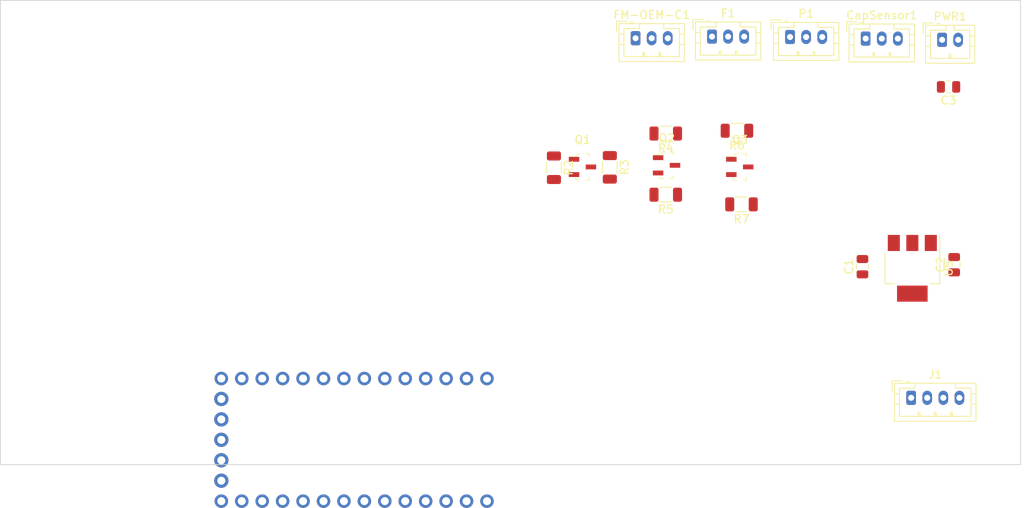
<source format=kicad_pcb>
(kicad_pcb (version 20211014) (generator pcbnew)
  (layers (0 "F.Cu" signal) (31 "B.Cu" signal) (34 "B.Paste" user) (35 "F.Paste" user) (36 "B.SilkS" user "B.Silkscreen") (37 "F.SilkS" user "F.Silkscreen") (38 "B.Mask" user) (39 "F.Mask" user) (44 "Edge.Cuts" user))
  (net 0 "")
  (net 1 "HV")
  (net 2 "GND")
  (net 3 "+3V3")
  (net 4 "LV")
  (net 5 "+5V")
  (net 6 "/D13")
  (net 7 "/D11")
  (net 8 "/A3")
  (net 9 "Net-(FM-OEM-C1-Pad3)")
  (net 10 "Net-(F1-C1-Pad3)")
  (net 12 "/TX")
  (net 13 "/RX")
  (net 15 "Net-(P1-Pad3)")
  (footprint "digikey-kicad-library-master:SOT-23-3" (layer "F.Cu") (at 207.45 77.3)
    (fp_text reference "Q3" (at 0.025 -3.375) (layer "F.SilkS"))
    (fp_text value "SOT-23-3")
    (fp_line (start 0.45 -1.65) (end 0.825 -1.65) (layer "F.SilkS") (width 0.1))
    (fp_line (start 0.825 1.35) (end 0.825 1.65) (layer "F.SilkS") (width 0.1))
    (fp_line (start -0.45 -1.65) (end -0.825 -1.375) (layer "F.SilkS") (width 0.1))
    (fp_line (start -0.175 -1.65) (end -0.45 -1.65) (layer "F.SilkS") (width 0.1))
    (fp_line (start -0.825 -1.375) (end -0.825 -1.325) (layer "F.SilkS") (width 0.1))
    (fp_line (start -0.825 -1.325) (end -1.6 -1.325) (layer "F.SilkS") (width 0.1))
    (fp_line (start 0.825 -1.65) (end 0.825 -1.35) (layer "F.SilkS") (width 0.1))
    (fp_line (start -0.35 1.65) (end -0.825 1.65) (layer "F.SilkS") (width 0.1))
    (fp_line (start -0.825 1.65) (end -0.825 1.3) (layer "F.SilkS") (width 0.1))
    (fp_line (start 0.825 1.425) (end 0.825 1.3) (layer "F.SilkS") (width 0.1))
    (fp_line (start 0.825 1.65) (end 0.375 1.65) (layer "F.SilkS") (width 0.1))
    (pad "1" smd rect locked (at -1.05 -0.95) (size 1.3 0.6) (layers "F.Cu" "F.Paste" "F.Mask") (net 8 "/A3"))
    (pad "2" smd rect locked (at -1.05 0.95) (size 1.3 0.6) (layers "F.Cu" "F.Paste" "F.Mask") (net 4 "LV"))
    (pad "3" smd rect locked (at 1.05 0) (size 1.3 0.6) (layers "F.Cu" "F.Paste" "F.Mask") (net 1 "HV"))
  )
  (footprint "" (layer "F.Cu") (at 148.09 118.84 180)
    (fp_text reference "" (at 0 0) (layer "F.SilkS") (effects (font (size 1.27 1.27))))
    (fp_text value "" (at 0 0) (layer "F.SilkS") (effects (font (size 1.27 1.27))))
    (pad "12" thru_hole circle (at 0 0 270) (size 1.6764 1.6764) (drill 1) (layers *.Cu *.Mask))
  )
  (footprint "digikey-kicad-library-master:SOT-23-3" (layer "F.Cu") (at 198.35 77.1)
    (fp_text reference "Q2" (at 0.025 -3.375) (layer "F.SilkS"))
    (fp_text value "SOT-23-3")
    (fp_line (start -0.35 1.65) (end -0.825 1.65) (layer "F.SilkS") (width 0.1))
    (fp_line (start 0.825 1.35) (end 0.825 1.65) (layer "F.SilkS") (width 0.1))
    (fp_line (start -0.825 1.65) (end -0.825 1.3) (layer "F.SilkS") (width 0.1))
    (fp_line (start -0.45 -1.65) (end -0.825 -1.375) (layer "F.SilkS") (width 0.1))
    (fp_line (start 0.45 -1.65) (end 0.825 -1.65) (layer "F.SilkS") (width 0.1))
    (fp_line (start -0.825 -1.325) (end -1.6 -1.325) (layer "F.SilkS") (width 0.1))
    (fp_line (start -0.175 -1.65) (end -0.45 -1.65) (layer "F.SilkS") (width 0.1))
    (fp_line (start 0.825 -1.65) (end 0.825 -1.35) (layer "F.SilkS") (width 0.1))
    (fp_line (start -0.825 -1.375) (end -0.825 -1.325) (layer "F.SilkS") (width 0.1))
    (fp_line (start 0.825 1.65) (end 0.375 1.65) (layer "F.SilkS") (width 0.1))
    (fp_line (start 0.825 1.425) (end 0.825 1.3) (layer "F.SilkS") (width 0.1))
    (pad "1" smd rect locked (at -1.05 -0.95) (size 1.3 0.6) (layers "F.Cu" "F.Paste" "F.Mask") (net 7 "/D11"))
    (pad "2" smd rect locked (at -1.05 0.95) (size 1.3 0.6) (layers "F.Cu" "F.Paste" "F.Mask") (net 4 "LV"))
    (pad "3" smd rect locked (at 1.05 0) (size 1.3 0.6) (layers "F.Cu" "F.Paste" "F.Mask") (net 1 "HV"))
  )
  (footprint "Resistor_SMD:R_1206_3216Metric" (layer "F.Cu") (at 198.25 73.15 180)
    (fp_text reference "R4" (at 0 -1.82) (layer "F.SilkS"))
    (fp_text value "RESISTOR_0805 10k")
    (fp_line (start -0.727064 0.91) (end 0.727064 0.91) (layer "F.SilkS") (width 0.12))
    (fp_line (start -0.727064 -0.91) (end 0.727064 -0.91) (layer "F.SilkS") (width 0.12))
    (pad "1" smd roundrect (at -1.4625 0 180) (size 1.125 1.75) (layers "F.Cu" "F.Paste" "F.Mask") (roundrect_rratio 0.222222) (net 7 "/D11"))
    (pad "2" smd roundrect (at 1.4625 0 180) (size 1.125 1.75) (layers "F.Cu" "F.Paste" "F.Mask") (roundrect_rratio 0.222222) (net 4 "LV"))
  )
  (footprint "" (layer "F.Cu") (at 168.41 118.84 180)
    (fp_text reference "" (at 0 0) (layer "F.SilkS") (effects (font (size 1.27 1.27))))
    (fp_text value "" (at 0 0) (layer "F.SilkS") (effects (font (size 1.27 1.27))))
    (pad "4" thru_hole circle (at 0 0 270) (size 1.6764 1.6764) (drill 1) (layers *.Cu *.Mask))
  )
  (footprint "" (layer "F.Cu") (at 158.25 118.84 180)
    (fp_text reference "" (at 0 0) (layer "F.SilkS") (effects (font (size 1.27 1.27))))
    (fp_text value "" (at 0 0) (layer "F.SilkS") (effects (font (size 1.27 1.27))))
    (pad "8" thru_hole circle (at 0 0 270) (size 1.6764 1.6764) (drill 1) (layers *.Cu *.Mask))
  )
  (footprint "" (layer "F.Cu") (at 160.79 118.84 180)
    (fp_text reference "" (at 0 0) (layer "F.SilkS") (effects (font (size 1.27 1.27))))
    (fp_text value "" (at 0 0) (layer "F.SilkS") (effects (font (size 1.27 1.27))))
    (pad "7" thru_hole circle (at 0 0 270) (size 1.6764 1.6764) (drill 1) (layers *.Cu *.Mask))
  )
  (footprint "Capacitor_SMD:C_0805_2012Metric" (layer "F.Cu") (at 234.1 89.45 90)
    (fp_text reference "C2" (at 0 -1.68 90) (layer "F.SilkS"))
    (fp_text value "CAP_CERAMIC_0805 4.7uF")
    (fp_line (start -0.261252 0.735) (end 0.261252 0.735) (layer "F.SilkS") (width 0.12))
    (fp_line (start -0.261252 -0.735) (end 0.261252 -0.735) (layer "F.SilkS") (width 0.12))
    (pad "1" smd roundrect (at -0.95 0 90) (size 1 1.45) (layers "F.Cu" "F.Paste" "F.Mask") (net 4 "LV"))
    (pad "2" smd roundrect (at 0.95 0 90) (size 1 1.45) (layers "F.Cu" "F.Paste" "F.Mask") (net 2 "GND"))
  )
  (footprint "Resistor_SMD:R_1206_3216Metric" (layer "F.Cu") (at 198.25 80.75 180)
    (fp_text reference "R5" (at 0 -1.82) (layer "F.SilkS"))
    (fp_text value "RESISTOR_0805 10k")
    (fp_line (start -0.727064 0.91) (end 0.727064 0.91) (layer "F.SilkS") (width 0.12))
    (fp_line (start -0.727064 -0.91) (end 0.727064 -0.91) (layer "F.SilkS") (width 0.12))
    (pad "1" smd roundrect (at -1.4625 0 180) (size 1.125 1.75) (layers "F.Cu" "F.Paste" "F.Mask") (roundrect_rratio 0.222222) (net 10 "Net-(F1-C1-Pad3)"))
    (pad "2" smd roundrect (at 1.4625 0 180) (size 1.125 1.75) (layers "F.Cu" "F.Paste" "F.Mask") (roundrect_rratio 0.222222) (net 1 "HV"))
  )
  (footprint "" (layer "F.Cu") (at 165.87 118.84 180)
    (fp_text reference "" (at 0 0) (layer "F.SilkS") (effects (font (size 1.27 1.27))))
    (fp_text value "" (at 0 0) (layer "F.SilkS") (effects (font (size 1.27 1.27))))
    (pad "5" thru_hole circle (at 0 0 270) (size 1.6764 1.6764) (drill 1) (layers *.Cu *.Mask))
  )
  (footprint "Capacitor_SMD:C_0805_2012Metric" (layer "F.Cu") (at 222.7 89.7 90)
    (fp_text reference "C1" (at 0 -1.68 90) (layer "F.SilkS"))
    (fp_text value "CAP_CERAMIC_0805 4.7uF")
    (fp_line (start -0.261252 0.735) (end 0.261252 0.735) (layer "F.SilkS") (width 0.12))
    (fp_line (start -0.261252 -0.735) (end 0.261252 -0.735) (layer "F.SilkS") (width 0.12))
    (pad "1" smd roundrect (at -0.95 0 90) (size 1 1.45) (layers "F.Cu" "F.Paste" "F.Mask") (net 1 "HV"))
    (pad "2" smd roundrect (at 0.95 0 90) (size 1 1.45) (layers "F.Cu" "F.Paste" "F.Mask") (net 2 "GND"))
  )
  (footprint "" (layer "F.Cu") (at 176.03 118.84 180)
    (fp_text reference "" (at 0 0) (layer "F.SilkS") (effects (font (size 1.27 1.27))))
    (fp_text value "" (at 0 0) (layer "F.SilkS") (effects (font (size 1.27 1.27))))
    (pad "1" thru_hole circle (at 0 0 270) (size 1.6764 1.6764) (drill 1) (layers *.Cu *.Mask) (net 5 "+5V"))
  )
  (footprint "Connector_JST:JST_PH_B4B-PH-K_1x04_P2.00mm_Vertical" (layer "F.Cu") (at 228.75 106)
    (fp_text reference "J1" (at 3 -2.9) (layer "F.SilkS"))
    (fp_text value "Conn_01x04")
    (fp_line (start 5.5 -1.2) (end 5.5 -1.81) (layer "F.SilkS") (width 0.12))
    (fp_line (start 0.9 1.8) (end 1.1 1.8) (layer "F.SilkS") (width 0.12))
    (fp_line (start -0.3 -1.91) (end -0.6 -1.91) (layer "F.SilkS") (width 0.12))
    (fp_line (start 0.5 -1.81) (end 0.5 -1.2) (layer "F.SilkS") (width 0.12))
    (fp_line (start 4.9 2.3) (end 4.9 1.8) (layer "F.SilkS") (width 0.12))
    (fp_line (start 7.45 -1.2) (end 5.5 -1.2) (layer "F.SilkS") (width 0.12))
    (fp_line (start 1 2.3) (end 1 1.8) (layer "F.SilkS") (width 0.12))
    (fp_line (start 2.9 2.3) (end 2.9 1.8) (layer "F.SilkS") (width 0.12))
    (fp_line (start 3 2.3) (end 3 1.8) (layer "F.SilkS") (width 0.12))
    (fp_line (start -0.6 -2.01) (end -0.6 -1.81) (layer "F.SilkS") (width 0.12))
    (fp_line (start -2.06 -1.81) (end -2.06 2.91) (layer "F.SilkS") (width 0.12))
    (fp_line (start 8.06 0.8) (end 7.45 0.8) (layer "F.SilkS") (width 0.12))
    (fp_line (start -2.06 2.91) (end 8.06 2.91) (layer "F.SilkS") (width 0.12))
    (fp_line (start 8.06 2.91) (end 8.06 -1.81) (layer "F.SilkS") (width 0.12))
    (fp_line (start 1.1 1.8) (end 1.1 2.3) (layer "F.SilkS") (width 0.12))
    (fp_line (start 4.9 1.8) (end 5.1 1.8) (layer "F.SilkS") (width 0.12))
    (fp_line (start 0.9 2.3) (end 0.9 1.8) (layer "F.SilkS") (width 0.12))
    (fp_line (start 7.45 2.3) (end 7.45 -1.2) (layer "F.SilkS") (width 0.12))
    (fp_line (start -2.06 -0.5) (end -1.45 -0.5) (layer "F.SilkS") (width 0.12))
    (fp_line (start 8.06 -1.81) (end -2.06 -1.81) (layer "F.SilkS") (width 0.12))
    (fp_line (start -2.36 -2.11) (end -2.36 -0.86) (layer "F.SilkS") (width 0.12))
    (fp_line (start 5 2.3) (end 5 1.8) (layer "F.SilkS") (width 0.12))
    (fp_line (start 2.9 1.8) (end 3.1 1.8) (layer "F.SilkS") (width 0.12))
    (fp_line (start 8.06 -0.5) (end 7.45 -0.5) (layer "F.SilkS") (width 0.12))
    (fp_line (start -1.45 -1.2) (end -1.45 2.3) (layer "F.SilkS") (width 0.12))
    (fp_line (start -0.3 -1.81) (end -0.3 -2.01) (layer "F.SilkS") (width 0.12))
    (fp_line (start 3.1 1.8) (end 3.1 2.3) (layer "F.SilkS") (width 0.12))
    (fp_line (start -0.3 -2.01) (end -0.6 -2.01) (layer "F.SilkS") (width 0.12))
    (fp_line (start 0.5 -1.2) (end -1.45 -1.2) (layer "F.SilkS") (width 0.12))
    (fp_line (start -1.45 2.3) (end 7.45 2.3) (layer "F.SilkS") (width 0.12))
    (fp_line (start -2.06 0.8) (end -1.45 0.8) (layer "F.SilkS") (width 0.12))
    (fp_line (start 5.1 1.8) (end 5.1 2.3) (layer "F.SilkS") (width 0.12))
    (fp_line (start -1.11 -2.11) (end -2.36 -2.11) (layer "F.SilkS") (width 0.12))
    (pad "1" thru_hole roundrect (at 0 0) (size 1.2 1.75) (drill 0.75) (layers *.Cu *.Mask) (roundrect_rratio 0.208333) (net 2 "GND"))
    (pad "2" thru_hole oval (at 2 0) (size 1.2 1.75) (drill 0.75) (layers *.Cu *.Mask))
    (pad "3" thru_hole oval (at 4 0) (size 1.2 1.75) (drill 0.75) (layers *.Cu *.Mask) (net 12 "/TX"))
    (pad "4" thru_hole oval (at 6 0) (size 1.2 1.75) (drill 0.75) (layers *.Cu *.Mask) (net 13 "/RX"))
  )
  (footprint "" (layer "F.Cu") (at 150.63 103.6 180)
    (fp_text reference "" (at 0 0) (layer "F.SilkS") (effects (font (size 1.27 1.27))))
    (fp_text value "" (at 0 0) (layer "F.SilkS") (effects (font (size 1.27 1.27))))
    (pad "4" thru_hole circle (at 0 0 90) (size 1.6764 1.6764) (drill 1) (layers *.Cu *.Mask))
  )
  (footprint "Resistor_SMD:R_1206_3216Metric" (layer "F.Cu") (at 207.1 72.8 180)
    (fp_text reference "R6" (at 0 -1.82) (layer "F.SilkS"))
    (fp_text value "RESISTOR_0805 10k")
    (fp_line (start -0.727064 -0.91) (end 0.727064 -0.91) (layer "F.SilkS") (width 0.12))
    (fp_line (start -0.727064 0.91) (end 0.727064 0.91) (layer "F.SilkS") (width 0.12))
    (pad "1" smd roundrect (at -1.4625 0 180) (size 1.125 1.75) (layers "F.Cu" "F.Paste" "F.Mask") (roundrect_rratio 0.222222) (net 8 "/A3"))
    (pad "2" smd roundrect (at 1.4625 0 180) (size 1.125 1.75) (layers "F.Cu" "F.Paste" "F.Mask") (roundrect_rratio 0.222222) (net 4 "LV"))
  )
  (footprint "" (layer "F.Cu") (at 165.87 103.6 180)
    (fp_text reference "" (at 0 0) (layer "F.SilkS") (effects (font (size 1.27 1.27))))
    (fp_text value "" (at 0 0) (layer "F.SilkS") (effects (font (size 1.27 1.27))))
    (pad "10" thru_hole circle (at 0 0 90) (size 1.6764 1.6764) (drill 1) (layers *.Cu *.Mask))
  )
  (footprint "" (layer "F.Cu") (at 145.55 103.6 180)
    (fp_text reference "" (at 0 0) (layer "F.SilkS") (effects (font (size 1.27 1.27))))
    (fp_text value "" (at 0 0) (layer "F.SilkS") (effects (font (size 1.27 1.27))))
    (pad "2" thru_hole circle (at 0 0 90) (size 1.6764 1.6764) (drill 1) (layers *.Cu *.Mask))
  )
  (footprint "" (layer "F.Cu") (at 143.01 118.84 180)
    (fp_text reference "" (at 0 0) (layer "F.SilkS") (effects (font (size 1.27 1.27))))
    (fp_text value "" (at 0 0) (layer "F.SilkS") (effects (font (size 1.27 1.27))))
    (pad "14" thru_hole circle (at 0 0 270) (size 1.6764 1.6764) (drill 1) (layers *.Cu *.Mask))
  )
  (footprint "" (layer "F.Cu") (at 170.95 103.6 180)
    (fp_text reference "" (at 0 0) (layer "F.SilkS") (effects (font (size 1.27 1.27))))
    (fp_text value "" (at 0 0) (layer "F.SilkS") (effects (font (size 1.27 1.27))))
    (pad "12" thru_hole circle (at 0 0 90) (size 1.6764 1.6764) (drill 1) (layers *.Cu *.Mask) (net 3 "+3V3"))
  )
  (footprint "" (layer "F.Cu") (at 168.41 103.6 180)
    (fp_text reference "" (at 0 0) (layer "F.SilkS") (effects (font (size 1.27 1.27))))
    (fp_text value "" (at 0 0) (layer "F.SilkS") (effects (font (size 1.27 1.27))))
    (pad "11" thru_hole circle (at 0 0 90) (size 1.6764 1.6764) (drill 1) (layers *.Cu *.Mask))
  )
  (footprint "" (layer "F.Cu") (at 153.17 103.6 180)
    (fp_text reference "" (at 0 0) (layer "F.SilkS") (effects (font (size 1.27 1.27))))
    (fp_text value "" (at 0 0) (layer "F.SilkS") (effects (font (size 1.27 1.27))))
    (pad "5" thru_hole circle (at 0 0 90) (size 1.6764 1.6764) (drill 1) (layers *.Cu *.Mask))
  )
  (footprint "" (layer "F.Cu") (at 163.33 118.84 180)
    (fp_text reference "" (at 0 0) (layer "F.SilkS") (effects (font (size 1.27 1.27))))
    (fp_text value "" (at 0 0) (layer "F.SilkS") (effects (font (size 1.27 1.27))))
    (pad "6" thru_hole circle (at 0 0 270) (size 1.6764 1.6764) (drill 1) (layers *.Cu *.Mask))
  )
  (footprint "Package_TO_SOT_SMD:SOT-223-3_TabPin2" (layer "F.Cu") (at 228.9 89.9 -90)
    (fp_text reference "U5" (at 0 -4.5 90) (layer "F.SilkS"))
    (fp_text value "AP2114HA-3.3 Linear Reg")
    (fp_line (start 1.91 3.41) (end 1.91 2.15) (layer "F.SilkS") (width 0.12))
    (fp_line (start 1.91 -3.41) (end 1.91 -2.15) (layer "F.SilkS") (width 0.12))
    (fp_line (start -1.85 3.41) (end 1.91 3.41) (layer "F.SilkS") (width 0.12))
    (fp_line (start -4.1 -3.41) (end 1.91 -3.41) (layer "F.SilkS") (width 0.12))
    (pad "1" smd rect (at -3.15 -2.3 270) (size 2 1.5) (layers "F.Cu" "F.Paste" "F.Mask") (net 1 "HV"))
    (pad "2" smd rect (at -3.15 0 270) (size 2 1.5) (layers "F.Cu" "F.Paste" "F.Mask") (net 2 "GND"))
    (pad "2" smd rect (at 3.15 0 270) (size 2 3.8) (layers "F.Cu" "F.Paste" "F.Mask") (net 2 "GND"))
    (pad "3" smd rect (at -3.15 2.3 270) (size 2 1.5) (layers "F.Cu" "F.Paste" "F.Mask") (net 4 "LV"))
  )
  (footprint "Connector_JST:JST_PH_B3B-PH-K_1x03_P2.00mm_Vertical" (layer "F.Cu") (at 213.7 61.15)
    (fp_text reference "P1" (at 2 -2.9) (layer "F.SilkS"))
    (fp_text value "Conn_01x03")
    (fp_line (start -2.06 0.8) (end -1.45 0.8) (layer "F.SilkS") (width 0.12))
    (fp_line (start 5.45 2.3) (end 5.45 -1.2) (layer "F.SilkS") (width 0.12))
    (fp_line (start -0.6 -2.01) (end -0.6 -1.81) (layer "F.SilkS") (width 0.12))
    (fp_line (start 3.5 -1.2) (end 3.5 -1.81) (layer "F.SilkS") (width 0.12))
    (fp_line (start -2.06 -0.5) (end -1.45 -0.5) (layer "F.SilkS") (width 0.12))
    (fp_line (start -1.11 -2.11) (end -2.36 -2.11) (layer "F.SilkS") (width 0.12))
    (fp_line (start 3.1 1.8) (end 3.1 2.3) (layer "F.SilkS") (width 0.12))
    (fp_line (start -2.36 -2.11) (end -2.36 -0.86) (layer "F.SilkS") (width 0.12))
    (fp_line (start 0.9 2.3) (end 0.9 1.8) (layer "F.SilkS") (width 0.12))
    (fp_line (start -0.3 -2.01) (end -0.6 -2.01) (layer "F.SilkS") (width 0.12))
    (fp_line (start 6.06 -1.81) (end -2.06 -1.81) (layer "F.SilkS") (width 0.12))
    (fp_line (start 2.9 2.3) (end 2.9 1.8) (layer "F.SilkS") (width 0.12))
    (fp_line (start 0.5 -1.2) (end -1.45 -1.2) (layer "F.SilkS") (width 0.12))
    (fp_line (start -0.3 -1.81) (end -0.3 -2.01) (layer "F.SilkS") (width 0.12))
    (fp_line (start -0.3 -1.91) (end -0.6 -1.91) (layer "F.SilkS") (width 0.12))
    (fp_line (start 6.06 2.91) (end 6.06 -1.81) (layer "F.SilkS") (width 0.12))
    (fp_line (start 6.06 -0.5) (end 5.45 -0.5) (layer "F.SilkS") (width 0.12))
    (fp_line (start -2.06 2.91) (end 6.06 2.91) (layer "F.SilkS") (width 0.12))
    (fp_line (start 2.9 1.8) (end 3.1 1.8) (layer "F.SilkS") (width 0.12))
    (fp_line (start 1 2.3) (end 1 1.8) (layer "F.SilkS") (width 0.12))
    (fp_line (start 0.9 1.8) (end 1.1 1.8) (layer "F.SilkS") (width 0.12))
    (fp_line (start -1.45 2.3) (end 5.45 2.3) (layer "F.SilkS") (width 0.12))
    (fp_line (start 6.06 0.8) (end 5.45 0.8) (layer "F.SilkS") (width 0.12))
    (fp_line (start -2.06 -1.81) (end -2.06 2.91) (layer "F.SilkS") (width 0.12))
    (fp_line (start 3 2.3) (end 3 1.8) (layer "F.SilkS") (width 0.12))
    (fp_line (start 1.1 1.8) (end 1.1 2.3) (layer "F.SilkS") (width 0.12))
    (fp_line (start -1.45 -1.2) (end -1.45 2.3) (layer "F.SilkS") (width 0.12))
    (fp_line (start 0.5 -1.81) (end 0.5 -1.2) (layer "F.SilkS") (width 0.12))
    (fp_line (start 5.45 -1.2) (end 3.5 -1.2) (layer "F.SilkS") (width 0.12))
    (pad "1" thru_hole roundrect (at 0 0) (size 1.2 1.75) (drill 0.75) (layers *.Cu *.Mask) (roundrect_rratio 0.208333) (net 2 "GND"))
    (pad "2" thru_hole oval (at 2 0) (size 1.2 1.75) (drill 0.75) (layers *.Cu *.Mask) (net 1 "HV"))
    (pad "3" thru_hole oval (at 4 0) (size 1.2 1.75) (drill 0.75) (layers *.Cu *.Mask) (net 15 "Net-(P1-Pad3)"))
  )
  (footprint "Connector_JST:JST_PH_B3B-PH-K_1x03_P2.00mm_Vertical" (layer "F.Cu") (at 194.5 61.3)
    (fp_text reference "FM-OEM-C1" (at 2 -2.9) (layer "F.SilkS"))
    (fp_text value "Conn_01x03")
    (fp_line (start 6.06 -0.5) (end 5.45 -0.5) (layer "F.SilkS") (width 0.12))
    (fp_line (start -2.36 -2.11) (end -2.36 -0.86) (layer "F.SilkS") (width 0.12))
    (fp_line (start -2.06 -1.81) (end -2.06 2.91) (layer "F.SilkS") (width 0.12))
    (fp_line (start -2.06 2.91) (end 6.06 2.91) (layer "F.SilkS") (width 0.12))
    (fp_line (start -0.6 -2.01) (end -0.6 -1.81) (layer "F.SilkS") (width 0.12))
    (fp_line (start 2.9 1.8) (end 3.1 1.8) (layer "F.SilkS") (width 0.12))
    (fp_line (start -2.06 -0.5) (end -1.45 -0.5) (layer "F.SilkS") (width 0.12))
    (fp_line (start 2.9 2.3) (end 2.9 1.8) (layer "F.SilkS") (width 0.12))
    (fp_line (start 3.1 1.8) (end 3.1 2.3) (layer "F.SilkS") (width 0.12))
    (fp_line (start -0.3 -2.01) (end -0.6 -2.01) (layer "F.SilkS") (width 0.12))
    (fp_line (start -0.3 -1.81) (end -0.3 -2.01) (layer "F.SilkS") (width 0.12))
    (fp_line (start -1.45 -1.2) (end -1.45 2.3) (layer "F.SilkS") (width 0.12))
    (fp_line (start 5.45 2.3) (end 5.45 -1.2) (layer "F.SilkS") (width 0.12))
    (fp_line (start 1 2.3) (end 1 1.8) (layer "F.SilkS") (width 0.12))
    (fp_line (start 5.45 -1.2) (end 3.5 -1.2) (layer "F.SilkS") (width 0.12))
    (fp_line (start 6.06 -1.81) (end -2.06 -1.81) (layer "F.SilkS") (width 0.12))
    (fp_line (start -2.06 0.8) (end -1.45 0.8) (layer "F.SilkS") (width 0.12))
    (fp_line (start 0.5 -1.81) (end 0.5 -1.2) (layer "F.SilkS") (width 0.12))
    (fp_line (start 1.1 1.8) (end 1.1 2.3) (layer "F.SilkS") (width 0.12))
    (fp_line (start -1.45 2.3) (end 5.45 2.3) (layer "F.SilkS") (width 0.12))
    (fp_line (start -0.3 -1.91) (end -0.6 -1.91) (layer "F.SilkS") (width 0.12))
    (fp_line (start 6.06 0.8) (end 5.45 0.8) (layer "F.SilkS") (width 0.12))
    (fp_line (start 0.9 2.3) (end 0.9 1.8) (layer "F.SilkS") (width 0.12))
    (fp_line (start 3 2.3) (end 3 1.8) (layer "F.SilkS") (width 0.12))
    (fp_line (start 0.5 -1.2) (end -1.45 -1.2) (layer "F.SilkS") (width 0.12))
    (fp_line (start 0.9 1.8) (end 1.1 1.8) (layer "F.SilkS") (width 0.12))
    (fp_line (start -1.11 -2.11) (end -2.36 -2.11) (layer "F.SilkS") (width 0.12))
    (fp_line (start 6.06 2.91) (end 6.06 -1.81) (layer "F.SilkS") (width 0.12))
    (fp_line (start 3.5 -1.2) (end 3.5 -1.81) (layer "F.SilkS") (width 0.12))
    (pad "1" thru_hole roundrect (at 0 0) (size 1.2 1.75) (drill 0.75) (layers *.Cu *.Mask) (roundrect_rratio 0.208333) (net 2 "GND"))
    (pad "2" thru_hole oval (at 2 0) (size 1.2 1.75) (drill 0.75) (layers *.Cu *.Mask) (net 1 "HV"))
    (pad "3" thru_hole oval (at 4 0) (size 1.2 1.75) (drill 0.75) (layers *.Cu *.Mask) (net 9 "Net-(FM-OEM-C1-Pad3)"))
  )
  (footprint "" (layer "F.Cu") (at 170.95 118.84 180)
    (fp_text reference "" (at 0 0) (layer "F.SilkS") (effects (font (size 1.27 1.27))))
    (fp_text value "" (at 0 0) (layer "F.SilkS") (effects (font (size 1.27 1.27))))
    (pad "3" thru_hole circle (at 0 0 270) (size 1.6764 1.6764) (drill 1) (layers *.Cu *.Mask))
  )
  (footprint "Connector_JST:JST_PH_B2B-PH-K_1x02_P2.00mm_Vertical" (layer "F.Cu") (at 232.6 61.5)
    (fp_text reference "PWR1" (at 1 -2.9) (layer "F.SilkS"))
    (fp_text value "Conn_01x02_Male")
    (fp_line (start 3.45 -1.2) (end 1.5 -1.2) (layer "F.SilkS") (width 0.12))
    (fp_line (start 4.06 0.8) (end 3.45 0.8) (layer "F.SilkS") (width 0.12))
    (fp_line (start -2.36 -2.11) (end -2.36 -0.86) (layer "F.SilkS") (width 0.12))
    (fp_line (start 4.06 -1.81) (end -2.06 -1.81) (layer "F.SilkS") (width 0.12))
    (fp_line (start -2.06 0.8) (end -1.45 0.8) (layer "F.SilkS") (width 0.12))
    (fp_line (start 1.1 1.8) (end 1.1 2.3) (layer "F.SilkS") (width 0.12))
    (fp_line (start 0.5 -1.81) (end 0.5 -1.2) (layer "F.SilkS") (width 0.12))
    (fp_line (start -2.06 -1.81) (end -2.06 2.91) (layer "F.SilkS") (width 0.12))
    (fp_line (start -1.11 -2.11) (end -2.36 -2.11) (layer "F.SilkS") (width 0.12))
    (fp_line (start -2.06 -0.5) (end -1.45 -0.5) (layer "F.SilkS") (width 0.12))
    (fp_line (start 1.5 -1.2) (end 1.5 -1.81) (layer "F.SilkS") (width 0.12))
    (fp_line (start 0.9 2.3) (end 0.9 1.8) (layer "F.SilkS") (width 0.12))
    (fp_line (start -0.3 -1.91) (end -0.6 -1.91) (layer "F.SilkS") (width 0.12))
    (fp_line (start -1.45 2.3) (end 3.45 2.3) (layer "F.SilkS") (width 0.12))
    (fp_line (start -2.06 2.91) (end 4.06 2.91) (layer "F.SilkS") (width 0.12))
    (fp_line (start -0.3 -2.01) (end -0.6 -2.01) (layer "F.SilkS") (width 0.12))
    (fp_line (start 0.9 1.8) (end 1.1 1.8) (layer "F.SilkS") (width 0.12))
    (fp_line (start -1.45 -1.2) (end -1.45 2.3) (layer "F.SilkS") (width 0.12))
    (fp_line (start 1 2.3) (end 1 1.8) (layer "F.SilkS") (width 0.12))
    (fp_line (start -0.3 -1.81) (end -0.3 -2.01) (layer "F.SilkS") (width 0.12))
    (fp_line (start -0.6 -2.01) (end -0.6 -1.81) (layer "F.SilkS") (width 0.12))
    (fp_line (start 4.06 2.91) (end 4.06 -1.81) (layer "F.SilkS") (width 0.12))
    (fp_line (start 4.06 -0.5) (end 3.45 -0.5) (layer "F.SilkS") (width 0.12))
    (fp_line (start 0.5 -1.2) (end -1.45 -1.2) (layer "F.SilkS") (width 0.12))
    (fp_line (start 3.45 2.3) (end 3.45 -1.2) (layer "F.SilkS") (width 0.12))
    (pad "1" thru_hole roundrect (at 0 0) (size 1.2 1.75) (drill 0.75) (layers *.Cu *.Mask) (roundrect_rratio 0.208333) (net 2 "GND"))
    (pad "2" thru_hole oval (at 2 0) (size 1.2 1.75) (drill 0.75) (layers *.Cu *.Mask) (net 5 "+5V"))
  )
  (footprint "" (layer "F.Cu") (at 143.01 108.68 180)
    (fp_text reference "" (at 0 0) (layer "F.SilkS") (effects (font (size 1.27 1.27))))
    (fp_text value "" (at 0 0) (layer "F.SilkS") (effects (font (size 1.27 1.27))))
    (pad "2" thru_hole circle (at 0 0) (size 1.778 1.778) (drill 1) (layers *.Cu *.Mask))
  )
  (footprint "" (layer "F.Cu") (at 173.49 118.84 180)
    (fp_text reference "" (at 0 0) (layer "F.SilkS") (effects (font (size 1.27 1.27))))
    (fp_text value "" (at 0 0) (layer "F.SilkS") (effects (font (size 1.27 1.27))))
    (pad "2" thru_hole circle (at 0 0 270) (size 1.6764 1.6764) (drill 1) (layers *.Cu *.Mask) (net 2 "GND"))
  )
  (footprint "" (layer "F.Cu") (at 143.01 103.6 180)
    (fp_text reference "" (at 0 0) (layer "F.SilkS") (effects (font (size 1.27 1.27))))
    (fp_text value "" (at 0 0) (layer "F.SilkS") (effects (font (size 1.27 1.27))))
    (pad "1" thru_hole circle (at 0 0 90) (size 1.6764 1.6764) (drill 1) (layers *.Cu *.Mask))
  )
  (footprint "" (layer "F.Cu") (at 150.63 118.84 180)
    (fp_text reference "" (at 0 0) (layer "F.SilkS") (effects (font (size 1.27 1.27))))
    (fp_text value "" (at 0 0) (layer "F.SilkS") (effects (font (size 1.27 1.27))))
    (pad "11" thru_hole circle (at 0 0 270) (size 1.6764 1.6764) (drill 1) (layers *.Cu *.Mask))
  )
  (footprint "digikey-kicad-library-master:SOT-23-3" (layer "F.Cu") (at 187.9 77.3)
    (fp_text reference "Q1" (at 0.025 -3.375) (layer "F.SilkS"))
    (fp_text value "SOT-23-3")
    (fp_line (start -0.175 -1.65) (end -0.45 -1.65) (layer "F.SilkS") (width 0.1))
    (fp_line (start 0.825 -1.65) (end 0.825 -1.35) (layer "F.SilkS") (width 0.1))
    (fp_line (start 0.45 -1.65) (end 0.825 -1.65) (layer "F.SilkS") (width 0.1))
    (fp_line (start 0.825 1.65) (end 0.375 1.65) (layer "F.SilkS") (width 0.1))
    (fp_line (start -0.45 -1.65) (end -0.825 -1.375) (layer "F.SilkS") (width 0.1))
    (fp_line (start -0.825 -1.375) (end -0.825 -1.325) (layer "F.SilkS") (width 0.1))
    (fp_line (start 0.825 1.425) (end 0.825 1.3) (layer "F.SilkS") (width 0.1))
    (fp_line (start -0.825 1.65) (end -0.825 1.3) (layer "F.SilkS") (width 0.1))
    (fp_line (start 0.825 1.35) (end 0.825 1.65) (layer "F.SilkS") (width 0.1))
    (fp_line (start -0.35 1.65) (end -0.825 1.65) (layer "F.SilkS") (width 0.1))
    (fp_line (start -0.825 -1.325) (end -1.6 -1.325) (layer "F.SilkS") (width 0.1))
    (pad "1" smd rect locked (at -1.05 -0.95) (size 1.3 0.6) (layers "F.Cu" "F.Paste" "F.Mask") (net 6 "/D13"))
    (pad "2" smd rect locked (at -1.05 0.95) (size 1.3 0.6) (layers "F.Cu" "F.Paste" "F.Mask") (net 4 "LV"))
    (pad "3" smd rect locked (at 1.05 0) (size 1.3 0.6) (layers "F.Cu" "F.Paste" "F.Mask") (net 1 "HV"))
  )
  (footprint "" (layer "F.Cu") (at 153.17 118.84 180)
    (fp_text reference "" (at 0 0) (layer "F.SilkS") (effects (font (size 1.27 1.27))))
    (fp_text value "" (at 0 0) (layer "F.SilkS") (effects (font (size 1.27 1.27))))
    (pad "10" thru_hole circle (at 0 0 270) (size 1.6764 1.6764) (drill 1) (layers *.Cu *.Mask))
  )
  (footprint "" (layer "F.Cu") (at 148.09 103.6 180)
    (fp_text reference "" (at 0 0) (layer "F.SilkS") (effects (font (size 1.27 1.27))))
    (fp_text value "" (at 0 0) (layer "F.SilkS") (effects (font (size 1.27 1.27))))
    (pad "3" thru_hole circle (at 0 0 90) (size 1.6764 1.6764) (drill 1) (layers *.Cu *.Mask))
  )
  (footprint "Resistor_SMD:R_1206_3216Metric" (layer "F.Cu") (at 207.6625 81.95 180)
    (fp_text reference "R7" (at 0 -1.82) (layer "F.SilkS"))
    (fp_text value "RESISTOR_0805 10k")
    (fp_line (start -0.727064 0.91) (end 0.727064 0.91) (layer "F.SilkS") (width 0.12))
    (fp_line (start -0.727064 -0.91) (end 0.727064 -0.91) (layer "F.SilkS") (width 0.12))
    (pad "1" smd roundrect (at -1.4625 0 180) (size 1.125 1.75) (layers "F.Cu" "F.Paste" "F.Mask") (roundrect_rratio 0.222222) (net 15 "Net-(P1-Pad3)"))
    (pad "2" smd roundrect (at 1.4625 0 180) (size 1.125 1.75) (layers "F.Cu" "F.Paste" "F.Mask") (roundrect_rratio 0.222222) (net 1 "HV"))
  )
  (footprint "" (layer "F.Cu") (at 163.33 103.6 180)
    (fp_text reference "" (at 0 0) (layer "F.SilkS") (effects (font (size 1.27 1.27))))
    (fp_text value "" (at 0 0) (layer "F.SilkS") (effects (font (size 1.27 1.27))))
    (pad "9" thru_hole circle (at 0 0 90) (size 1.6764 1.6764) (drill 1) (layers *.Cu *.Mask))
  )
  (footprint "Capacitor_SMD:C_0805_2012Metric" (layer "F.Cu") (at 233.4 67.35 180)
    (fp_text reference "C3" (at 0 -1.68) (layer "F.SilkS"))
    (fp_text value "CAP_CERAMIC_0805 .1uF")
    (fp_line (start -0.261252 -0.735) (end 0.261252 -0.735) (layer "F.SilkS") (width 0.12))
    (fp_line (start -0.261252 0.735) (end 0.261252 0.735) (layer "F.SilkS") (width 0.12))
    (pad "1" smd roundrect (at -0.95 0 180) (size 1 1.45) (layers "F.Cu" "F.Paste" "F.Mask") (net 5 "+5V"))
    (pad "2" smd roundrect (at 0.95 0 180) (size 1 1.45) (layers "F.Cu" "F.Paste" "F.Mask") (net 2 "GND"))
  )
  (footprint "" (layer "F.Cu") (at 143.01 113.76 180)
    (fp_text reference "" (at 0 0) (layer "F.SilkS") (effects (font (size 1.27 1.27))))
    (fp_text value "" (at 0 0) (layer "F.SilkS") (effects (font (size 1.27 1.27))))
    (pad "4" thru_hole circle (at 0 0) (size 1.778 1.778) (drill 1) (layers *.Cu *.Mask))
  )
  (footprint "" (layer "F.Cu") (at 143.01 106.14 180)
    (fp_text reference "" (at 0 0) (layer "F.SilkS") (effects (font (size 1.27 1.27))))
    (fp_text value "" (at 0 0) (layer "F.SilkS") (effects (font (size 1.27 1.27))))
    (pad "1" thru_hole circle (at 0 0) (size 1.778 1.778) (drill 1) (layers *.Cu *.Mask))
  )
  (footprint "Connector_JST:JST_PH_B3B-PH-K_1x03_P2.00mm_Vertical" (layer "F.Cu") (at 204 61.1)
    (fp_text reference "F1" (at 2 -2.9) (layer "F.SilkS"))
    (fp_text value "Flowmeter_12000781__FHKSC")
    (fp_line (start 2.9 2.3) (end 2.9 1.8) (layer "F.SilkS") (width 0.12))
    (fp_line (start 6.06 0.8) (end 5.45 0.8) (layer "F.SilkS") (width 0.12))
    (fp_line (start 6.06 -0.5) (end 5.45 -0.5) (layer "F.SilkS") (width 0.12))
    (fp_line (start -0.3 -1.81) (end -0.3 -2.01) (layer "F.SilkS") (width 0.12))
    (fp_line (start 6.06 2.91) (end 6.06 -1.81) (layer "F.SilkS") (width 0.12))
    (fp_line (start -1.45 2.3) (end 5.45 2.3) (layer "F.SilkS") (width 0.12))
    (fp_line (start 3.5 -1.2) (end 3.5 -1.81) (layer "F.SilkS") (width 0.12))
    (fp_line (start 5.45 -1.2) (end 3.5 -1.2) (layer "F.SilkS") (width 0.12))
    (fp_line (start -1.45 -1.2) (end -1.45 2.3) (layer "F.SilkS") (width 0.12))
    (fp_line (start 3.1 1.8) (end 3.1 2.3) (layer "F.SilkS") (width 0.12))
    (fp_line (start -2.06 0.8) (end -1.45 0.8) (layer "F.SilkS") (width 0.12))
    (fp_line (start -2.06 -1.81) (end -2.06 2.91) (layer "F.SilkS") (width 0.12))
    (fp_line (start -0.3 -1.91) (end -0.6 -1.91) (layer "F.SilkS") (width 0.12))
    (fp_line (start -1.11 -2.11) (end -2.36 -2.11) (layer "F.SilkS") (width 0.12))
    (fp_line (start -2.36 -2.11) (end -2.36 -0.86) (layer "F.SilkS") (width 0.12))
    (fp_line (start 5.45 2.3) (end 5.45 -1.2) (layer "F.SilkS") (width 0.12))
    (fp_line (start 6.06 -1.81) (end -2.06 -1.81) (layer "F.SilkS") (width 0.12))
    (fp_line (start 3 2.3) (end 3 1.8) (layer "F.SilkS") (width 0.12))
    (fp_line (start -2.06 -0.5) (end -1.45 -0.5) (layer "F.SilkS") (width 0.12))
    (fp_line (start 1 2.3) (end 1 1.8) (layer "F.SilkS") (width 0.12))
    (fp_line (start -2.06 2.91) (end 6.06 2.91) (layer "F.SilkS") (width 0.12))
    (fp_line (start -0.3 -2.01) (end -0.6 -2.01) (layer "F.SilkS") (width 0.12))
    (fp_line (start 0.5 -1.2) (end -1.45 -1.2) (layer "F.SilkS") (width 0.12))
    (fp_line (start 0.5 -1.81) (end 0.5 -1.2) (layer "F.SilkS") (width 0.12))
    (fp_line (start 0.9 1.8) (end 1.1 1.8) (layer "F.SilkS") (width 0.12))
    (fp_line (start 2.9 1.8) (end 3.1 1.8) (layer "F.SilkS") (width 0.12))
    (fp_line (start -0.6 -2.01) (end -0.6 -1.81) (layer "F.SilkS") (width 0.12))
    (fp_line (start 0.9 2.3) (end 0.9 1.8) (layer "F.SilkS") (width 0.12))
    (fp_line (start 1.1 1.8) (end 1.1 2.3) (layer "F.SilkS") (width 0.12))
    (pad "1" thru_hole roundrect (at 0 0) (size 1.2 1.75) (drill 0.75) (layers *.Cu *.Mask) (roundrect_rratio 0.208333) (net 2 "GND"))
    (pad "2" thru_hole oval (at 2 0) (size 1.2 1.75) (drill 0.75) (layers *.Cu *.Mask) (net 1 "HV"))
    (pad "3" thru_hole oval (at 4 0) (size 1.2 1.75) (drill 0.75) (layers *.Cu *.Mask) (net 10 "Net-(F1-C1-Pad3)"))
  )
  (footprint "" (layer "F.Cu") (at 173.49 103.6 180)
    (fp_text reference "" (at 0 0) (layer "F.SilkS") (effects (font (size 1.27 1.27))))
    (fp_text value "" (at 0 0) (layer "F.SilkS") (effects (font (size 1.27 1.27))))
    (pad "13" thru_hole circle (at 0 0 90) (size 1.6764 1.6764) (drill 1) (layers *.Cu *.Mask) (net 3 "+3V3"))
  )
  (footprint "Connector_JST:JST_PH_B3B-PH-K_1x03_P2.00mm_Vertical" (layer "F.Cu") (at 223.1 61.35)
    (fp_text reference "CapSensor1" (at 2 -2.9) (layer "F.SilkS"))
    (fp_text value "Conn_01x03")
    (fp_line (start -0.3 -1.91) (end -0.6 -1.91) (layer "F.SilkS") (width 0.12))
    (fp_line (start 2.9 1.8) (end 3.1 1.8) (layer "F.SilkS") (width 0.12))
    (fp_line (start 3.5 -1.2) (end 3.5 -1.81) (layer "F.SilkS") (width 0.12))
    (fp_line (start 6.06 0.8) (end 5.45 0.8) (layer "F.SilkS") (width 0.12))
    (fp_line (start -1.45 -1.2) (end -1.45 2.3) (layer "F.SilkS") (width 0.12))
    (fp_line (start 2.9 2.3) (end 2.9 1.8) (layer "F.SilkS") (width 0.12))
    (fp_line (start -2.06 -0.5) (end -1.45 -0.5) (layer "F.SilkS") (width 0.12))
    (fp_line (start 3 2.3) (end 3 1.8) (layer "F.SilkS") (width 0.12))
    (fp_line (start 0.5 -1.2) (end -1.45 -1.2) (layer "F.SilkS") (width 0.12))
    (fp_line (start 3.1 1.8) (end 3.1 2.3) (layer "F.SilkS") (width 0.12))
    (fp_line (start 6.06 2.91) (end 6.06 -1.81) (layer "F.SilkS") (width 0.12))
    (fp_line (start -0.6 -2.01) (end -0.6 -1.81) (layer "F.SilkS") (width 0.12))
    (fp_line (start -2.06 -1.81) (end -2.06 2.91) (layer "F.SilkS") (width 0.12))
    (fp_line (start -1.11 -2.11) (end -2.36 -2.11) (layer "F.SilkS") (width 0.12))
    (fp_line (start 6.06 -0.5) (end 5.45 -0.5) (layer "F.SilkS") (width 0.12))
    (fp_line (start 1 2.3) (end 1 1.8) (layer "F.SilkS") (width 0.12))
    (fp_line (start -2.06 2.91) (end 6.06 2.91) (layer "F.SilkS") (width 0.12))
    (fp_line (start 0.9 2.3) (end 0.9 1.8) (layer "F.SilkS") (width 0.12))
    (fp_line (start 1.1 1.8) (end 1.1 2.3) (layer "F.SilkS") (width 0.12))
    (fp_line (start -2.36 -2.11) (end -2.36 -0.86) (layer "F.SilkS") (width 0.12))
    (fp_line (start 6.06 -1.81) (end -2.06 -1.81) (layer "F.SilkS") (width 0.12))
    (fp_line (start 0.5 -1.81) (end 0.5 -1.2) (layer "F.SilkS") (width 0.12))
    (fp_line (start -1.45 2.3) (end 5.45 2.3) (layer "F.SilkS") (width 0.12))
    (fp_line (start -2.06 0.8) (end -1.45 0.8) (layer "F.SilkS") (width 0.12))
    (fp_line (start 5.45 2.3) (end 5.45 -1.2) (layer "F.SilkS") (width 0.12))
    (fp_line (start 5.45 -1.2) (end 3.5 -1.2) (layer "F.SilkS") (width 0.12))
    (fp_line (start -0.3 -1.81) (end -0.3 -2.01) (layer "F.SilkS") (width 0.12))
    (fp_line (start 0.9 1.8) (end 1.1 1.8) (layer "F.SilkS") (width 0.12))
    (fp_line (start -0.3 -2.01) (end -0.6 -2.01) (layer "F.SilkS") (width 0.12))
    (pad "1" thru_hole roundrect (at 0 0) (size 1.2 1.75) (drill 0.75) (layers *.Cu *.Mask) (roundrect_rratio 0.208333) (net 2 "GND"))
    (pad "2" thru_hole oval (at 2 0) (size 1.2 1.75) (drill 0.75) (layers *.Cu *.Mask) (net 1 "HV"))
    (pad "3" thru_hole oval (at 4 0) (size 1.2 1.75) (drill 0.75) (layers *.Cu *.Mask))
  )
  (footprint "" (layer "F.Cu") (at 176.03 103.6 180)
    (fp_text reference "" (at 0 0) (layer "F.SilkS") (effects (font (size 1.27 1.27))))
    (fp_text value "" (at 0 0) (layer "F.SilkS") (effects (font (size 1.27 1.27))))
    (pad "14" thru_hole circle (at 0 0 90) (size 1.6764 1.6764) (drill 1) (layers *.Cu *.Mask))
  )
  (footprint "Resistor_SMD:R_1206_3216Metric" (layer "F.Cu") (at 184.35 77.4 -90)
    (fp_text reference "R2" (at 0 -1.82 -270) (layer "F.SilkS"))
    (fp_text value "RESISTOR_0805 10k")
    (fp_line (start -0.727064 -0.91) (end 0.727064 -0.91) (layer "F.SilkS") (width 0.12))
    (fp_line (start -0.727064 0.91) (end 0.727064 0.91) (layer "F.SilkS") (width 0.12))
    (pad "1" smd roundrect (at -1.4625 0 270) (size 1.125 1.75) (layers "F.Cu" "F.Paste" "F.Mask") (roundrect_rratio 0.222222) (net 6 "/D13"))
    (pad "2" smd roundrect (at 1.4625 0 270) (size 1.125 1.75) (layers "F.Cu" "F.Paste" "F.Mask") (roundrect_rratio 0.222222) (net 4 "LV"))
  )
  (footprint "" (layer "F.Cu") (at 143.01 116.3 180)
    (fp_text reference "" (at 0 0) (layer "F.SilkS") (effects (font (size 1.27 1.27))))
    (fp_text value "" (at 0 0) (layer "F.SilkS") (effects (font (size 1.27 1.27))))
    (pad "5" thru_hole circle (at 0 0) (size 1.778 1.778) (drill 1) (layers *.Cu *.Mask))
  )
  (footprint "" (layer "F.Cu") (at 155.71 118.84 180)
    (fp_text reference "" (at 0 0) (layer "F.SilkS") (effects (font (size 1.27 1.27))))
    (fp_text value "" (at 0 0) (layer "F.SilkS") (effects (font (size 1.27 1.27))))
    (pad "9" thru_hole circle (at 0 0 270) (size 1.6764 1.6764) (drill 1) (layers *.Cu *.Mask))
  )
  (footprint "" (layer "F.Cu") (at 145.55 118.84 180)
    (fp_text reference "" (at 0 0) (layer "F.SilkS") (effects (font (size 1.27 1.27))))
    (fp_text value "" (at 0 0) (layer "F.SilkS") (effects (font (size 1.27 1.27))))
    (pad "13" thru_hole circle (at 0 0 270) (size 1.6764 1.6764) (drill 1) (layers *.Cu *.Mask))
  )
  (footprint "Resistor_SMD:R_1206_3216Metric" (layer "F.Cu") (at 191.3 77.35 -90)
    (fp_text reference "R3" (at 0 -1.82 -270) (layer "F.SilkS"))
    (fp_text value "RESISTOR_0805 10k")
    (fp_line (start -0.727064 -0.91) (end 0.727064 -0.91) (layer "F.SilkS") (width 0.12))
    (fp_line (start -0.727064 0.91) (end 0.727064 0.91) (layer "F.SilkS") (width 0.12))
    (pad "1" smd roundrect (at -1.4625 0 270) (size 1.125 1.75) (layers "F.Cu" "F.Paste" "F.Mask") (roundrect_rratio 0.222222) (net 9 "Net-(FM-OEM-C1-Pad3)"))
    (pad "2" smd roundrect (at 1.4625 0 270) (size 1.125 1.75) (layers "F.Cu" "F.Paste" "F.Mask") (roundrect_rratio 0.222222) (net 1 "HV"))
  )
  (footprint "" (layer "F.Cu") (at 160.79 103.6 180)
    (fp_text reference "" (at 0 0) (layer "F.SilkS") (effects (font (size 1.27 1.27))))
    (fp_text value "" (at 0 0) (layer "F.SilkS") (effects (font (size 1.27 1.27))))
    (pad "8" thru_hole circle (at 0 0 90) (size 1.6764 1.6764) (drill 1) (layers *.Cu *.Mask))
  )
  (footprint "" (layer "F.Cu") (at 155.71 103.6 180)
    (fp_text reference "" (at 0 0) (layer "F.SilkS") (effects (font (size 1.27 1.27))))
    (fp_text value "" (at 0 0) (layer "F.SilkS") (effects (font (size 1.27 1.27))))
    (pad "6" thru_hole circle (at 0 0 90) (size 1.6764 1.6764) (drill 1) (layers *.Cu *.Mask))
  )
  (footprint "" (layer "F.Cu") (at 143.01 111.22 180)
    (fp_text reference "" (at 0 0) (layer "F.SilkS") (effects (font (size 1.27 1.27))))
    (fp_text value "" (at 0 0) (layer "F.SilkS") (effects (font (size 1.27 1.27))))
    (pad "3" thru_hole circle (at 0 0) (size 1.778 1.778) (drill 1) (layers *.Cu *.Mask))
  )
  (footprint "" (layer "F.Cu") (at 158.25 103.6 180)
    (fp_text reference "" (at 0 0) (layer "F.SilkS") (effects (font (size 1.27 1.27))))
    (fp_text value "" (at 0 0) (layer "F.SilkS") (effects (font (size 1.27 1.27))))
    (pad "7" thru_hole circle (at 0 0 90) (size 1.6764 1.6764) (drill 1) (layers *.Cu *.Mask))
  )
  (gr_rect (start 242.35 114.3) (end 115.55 56.6) (layer "Edge.Cuts") (width 0.1) (fill none))
)
</source>
